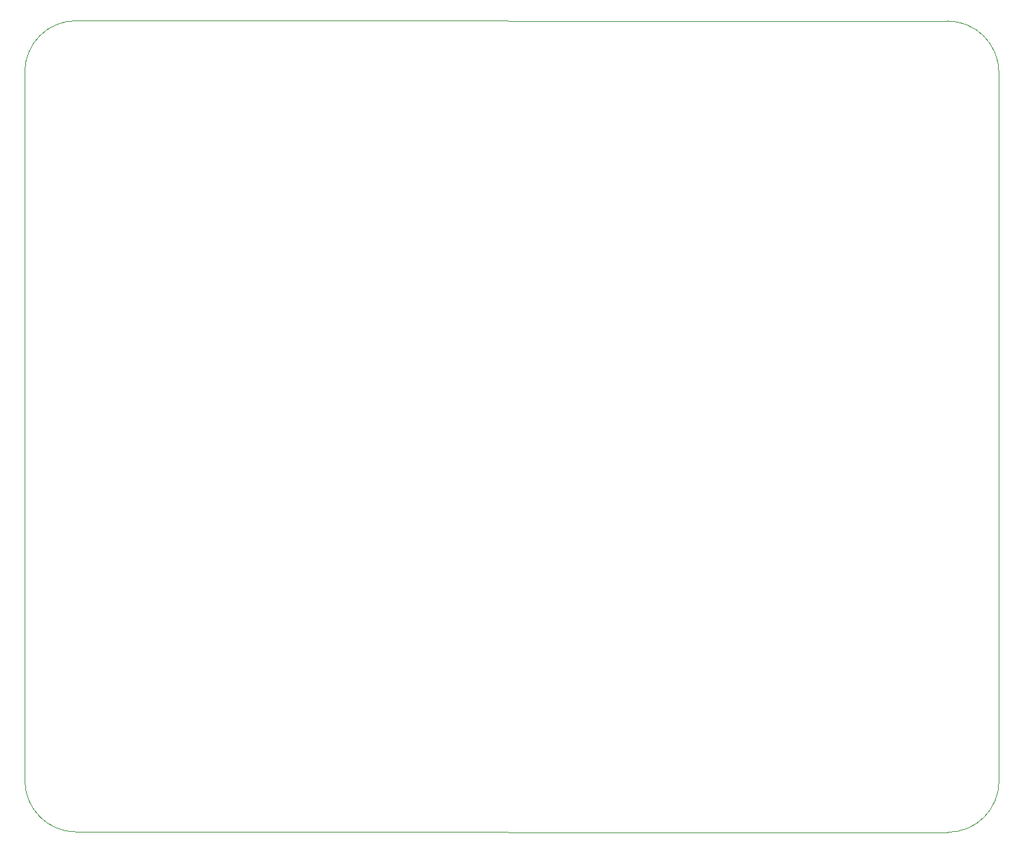
<source format=gbr>
%TF.GenerationSoftware,KiCad,Pcbnew,(6.0.7)*%
%TF.CreationDate,2023-07-14T15:56:39+03:30*%
%TF.ProjectId,Linak-controller,4c696e61-6b2d-4636-9f6e-74726f6c6c65,rev?*%
%TF.SameCoordinates,Original*%
%TF.FileFunction,Profile,NP*%
%FSLAX46Y46*%
G04 Gerber Fmt 4.6, Leading zero omitted, Abs format (unit mm)*
G04 Created by KiCad (PCBNEW (6.0.7)) date 2023-07-14 15:56:39*
%MOMM*%
%LPD*%
G01*
G04 APERTURE LIST*
%TA.AperFunction,Profile*%
%ADD10C,0.100000*%
%TD*%
G04 APERTURE END LIST*
D10*
X146065872Y-119661872D02*
X146050000Y-31795128D01*
X25400000Y-31750000D02*
X25415872Y-119616744D01*
X146049972Y-31795128D02*
G75*
G03*
X139700000Y-25445128I-6349972J28D01*
G01*
X139715872Y-126011872D02*
G75*
G03*
X146065872Y-119661872I28J6349972D01*
G01*
X31750000Y-25400000D02*
G75*
G03*
X25400000Y-31750000I0J-6350000D01*
G01*
X25415866Y-119616744D02*
G75*
G03*
X31765872Y-125966744I6350004J4D01*
G01*
X31750000Y-25400000D02*
X139700000Y-25445128D01*
X31765872Y-125966744D02*
X139715872Y-126011872D01*
M02*

</source>
